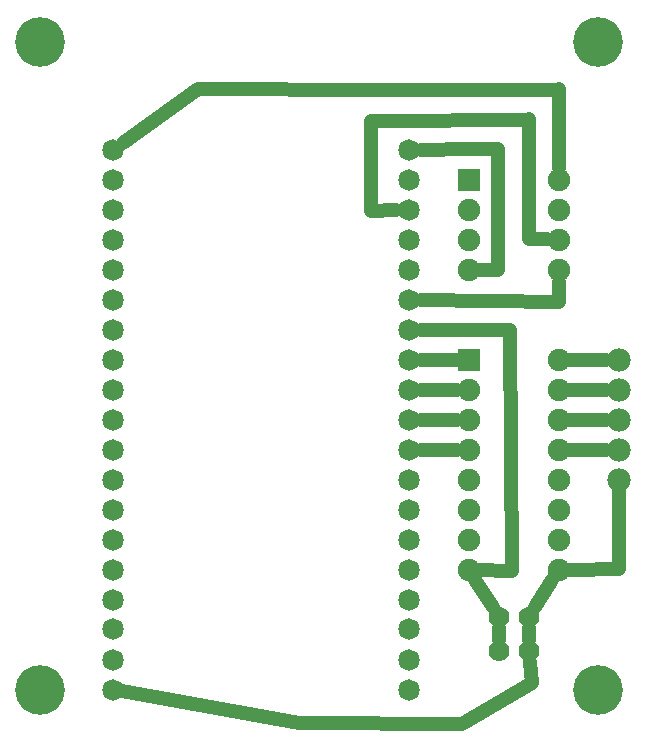
<source format=gtl>
G04 MADE WITH FRITZING*
G04 WWW.FRITZING.ORG*
G04 DOUBLE SIDED*
G04 HOLES PLATED*
G04 CONTOUR ON CENTER OF CONTOUR VECTOR*
%ASAXBY*%
%FSLAX23Y23*%
%MOIN*%
%OFA0B0*%
%SFA1.0B1.0*%
%ADD10C,0.165354*%
%ADD11C,0.071828*%
%ADD12C,0.075000*%
%ADD13C,0.078000*%
%ADD14C,0.070000*%
%ADD15R,0.075000X0.075000*%
%ADD16C,0.048000*%
%LNCOPPER1*%
G90*
G70*
G54D10*
X2047Y2335D03*
X189Y2335D03*
X189Y176D03*
X2047Y176D03*
G54D11*
X431Y1975D03*
X431Y1875D03*
X431Y1776D03*
X431Y1675D03*
X431Y1576D03*
X431Y1476D03*
X431Y1375D03*
X431Y1276D03*
X431Y1176D03*
X431Y1076D03*
X431Y976D03*
X431Y875D03*
X431Y776D03*
X431Y676D03*
X431Y576D03*
X431Y476D03*
X431Y377D03*
X431Y276D03*
X431Y176D03*
X1417Y176D03*
X1417Y276D03*
X1417Y377D03*
X1417Y476D03*
X1417Y576D03*
X1417Y676D03*
X1417Y776D03*
X1417Y875D03*
X1417Y976D03*
X1417Y1076D03*
X1417Y1176D03*
X1417Y1276D03*
X1417Y1375D03*
X1417Y1476D03*
X1417Y1576D03*
X1417Y1675D03*
X1417Y1776D03*
X1417Y1875D03*
X1417Y1975D03*
G54D12*
X1617Y1876D03*
X1917Y1876D03*
X1617Y1776D03*
X1917Y1776D03*
X1617Y1676D03*
X1917Y1676D03*
X1617Y1576D03*
X1917Y1576D03*
X1617Y1276D03*
X1917Y1276D03*
X1617Y1176D03*
X1917Y1176D03*
X1617Y1076D03*
X1917Y1076D03*
X1617Y976D03*
X1917Y976D03*
X1617Y876D03*
X1917Y876D03*
X1617Y776D03*
X1917Y776D03*
X1617Y676D03*
X1917Y676D03*
X1617Y576D03*
X1917Y576D03*
G54D13*
X2117Y1276D03*
X2117Y1176D03*
X2117Y1076D03*
X2117Y976D03*
X2117Y876D03*
G54D14*
X1717Y420D03*
X1817Y420D03*
X1718Y304D03*
X1818Y304D03*
G54D15*
X1617Y1876D03*
X1617Y1276D03*
G54D16*
X1577Y1076D02*
X1458Y1076D01*
D02*
X1577Y1176D02*
X1458Y1176D01*
D02*
X1577Y1276D02*
X1458Y1276D01*
D02*
X1617Y2174D02*
X1716Y2174D01*
D02*
X1917Y2174D02*
X1917Y2177D01*
D02*
X1318Y2174D02*
X1617Y2174D01*
D02*
X1716Y2174D02*
X1917Y2174D01*
D02*
X716Y2177D02*
X1318Y2174D01*
D02*
X1917Y2177D02*
X1917Y1916D01*
D02*
X465Y1999D02*
X716Y2177D01*
D02*
X1920Y1468D02*
X1458Y1475D01*
D02*
X1918Y1536D02*
X1920Y1468D01*
D02*
X1577Y976D02*
X1458Y976D01*
D02*
X1818Y1678D02*
X1818Y2077D01*
D02*
X1818Y2077D02*
X1818Y2076D01*
D02*
X1818Y2076D02*
X1291Y2073D01*
D02*
X1291Y2073D02*
X1293Y1772D01*
D02*
X1293Y1772D02*
X1375Y1775D01*
D02*
X1877Y1677D02*
X1818Y1678D01*
D02*
X1716Y1576D02*
X1656Y1576D01*
D02*
X1716Y1977D02*
X1716Y1576D01*
D02*
X1617Y1977D02*
X1716Y1977D01*
D02*
X1458Y1976D02*
X1617Y1977D01*
D02*
X1837Y451D02*
X1895Y543D01*
D02*
X2075Y1276D02*
X1956Y1276D01*
D02*
X2075Y1176D02*
X1956Y1176D01*
D02*
X2075Y1076D02*
X1956Y1076D01*
D02*
X2075Y976D02*
X1956Y976D01*
D02*
X2117Y577D02*
X1956Y576D01*
D02*
X2117Y835D02*
X2117Y577D01*
D02*
X1697Y451D02*
X1638Y543D01*
D02*
X1818Y341D02*
X1817Y383D01*
D02*
X1717Y341D02*
X1717Y383D01*
D02*
X1762Y571D02*
X1756Y1376D01*
D02*
X1756Y1376D02*
X1458Y1375D01*
D02*
X1645Y575D02*
X1762Y571D01*
D02*
X1052Y65D02*
X461Y171D01*
D02*
X1827Y198D02*
X1594Y62D01*
D02*
X1821Y267D02*
X1827Y198D01*
D02*
X1594Y62D02*
X1052Y65D01*
G04 End of Copper1*
M02*
</source>
